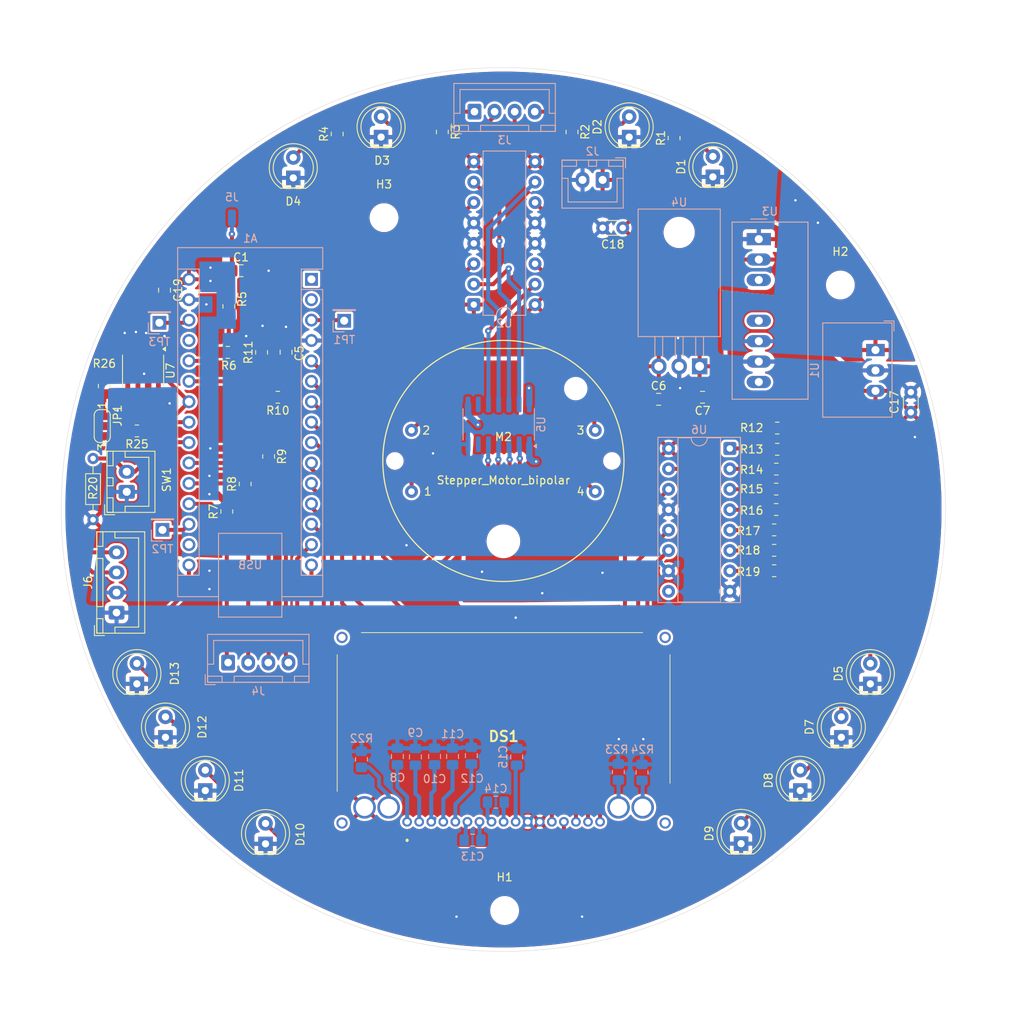
<source format=kicad_pcb>
(kicad_pcb (version 20241229) (generator "pcbnew") (generator_version "9.0")
  (layers (0 "F.Cu" signal) (2 "B.Cu" signal) (13 "F.Paste" user) (15 "B.Paste" user) (5 "F.SilkS" user "F.Silkscreen") (7 "B.SilkS" user "B.Silkscreen") (1 "F.Mask" user) (3 "B.Mask" user) (25 "Edge.Cuts" user))
  (net 0 "")
  (net 1 "/Data_Display_Controller/Bar_SER")
  (net 2 "/Data_Display_Controller/Fuel_A")
  (net 3 "/Data_Display_Controller/Tach_A2")
  (net 4 "GND")
  (net 5 "Net-(A1-B1)")
  (net 7 "/Data_Display_Controller/Tach_A3")
  (net 8 "/Data_Display_Controller/I2C SCL")
  (net 9 "/Data_Display_Controller/Speed_Pulse")
  (net 10 "/Data_Display_Controller/Button_A")
  (net 11 "/Data_Display_Controller/Tach_A1")
  (net 12 "/Data_Display_Controller/Fuel_B")
  (net 13 "Net-(A1-B0)")
  (net 14 "+9V")
  (net 15 "/Data_Display_Controller/Bar_RCLK")
  (net 16 "/Data_Display_Controller/Coolant")
  (net 18 "/Data_Display_Controller/Tach_A4")
  (net 19 "/Data_Display_Controller/SPI_CS(CS1B)")
  (net 20 "/Data_Display_Controller/SPI_SCK")
  (net 22 "Net-(A1-~{RESET})")
  (net 23 "/Data_Display_Controller/Bar_SRCLK")
  (net 24 "/Data_Display_Controller/A0")
  (net 25 "/Data_Display_Controller/I2C SDA")
  (net 26 "/Data_Display_Controller/COPI(MOSI)")
  (net 27 "/Data_Display_Controller/RPM_Pulse")
  (net 28 "/Data_Display_Controller/RES(RST)")
  (net 30 "+5V")
  (net 31 "+12V")
  (net 32 "Net-(DS1-V0)")
  (net 33 "Net-(DS1-V1)")
  (net 34 "Net-(DS1-V2)")
  (net 35 "Net-(DS1-V3)")
  (net 36 "Net-(DS1-V4)")
  (net 37 "Net-(DS1-C2+)")
  (net 38 "Net-(DS1-C2-)")
  (net 39 "Net-(DS1-C1+)")
  (net 40 "Net-(DS1-C1-)")
  (net 41 "Net-(DS1-VOUT)")
  (net 42 "+3.3V")
  (net 43 "Net-(D1-A)")
  (net 44 "Net-(D2-A)")
  (net 45 "Net-(D3-A)")
  (net 46 "Net-(D4-A)")
  (net 47 "Net-(D5-A)")
  (net 48 "Net-(D7-A)")
  (net 49 "Net-(D8-A)")
  (net 50 "Net-(D9-A)")
  (net 51 "Net-(D10-A)")
  (net 52 "Net-(D11-A)")
  (net 53 "Net-(D12-A)")
  (net 54 "Net-(D13-A)")
  (net 59 "Net-(DS1-CATHODE_)")
  (net 60 "Net-(DS1-CATHODE_2)")
  (net 61 "Net-(DS1-CATHODE_1)")
  (net 62 "Net-(J3-Pin_4)")
  (net 63 "Net-(J3-Pin_3)")
  (net 64 "Net-(J3-Pin_1)")
  (net 65 "Net-(J3-Pin_2)")
  (net 66 "Net-(JP1-A)")
  (net 67 "Net-(JP1-B)")
  (net 68 "Net-(U6-QA)")
  (net 69 "Net-(U6-QB)")
  (net 70 "Net-(U6-QC)")
  (net 71 "Net-(U6-QD)")
  (net 72 "Net-(U6-QE)")
  (net 73 "Net-(U6-QF)")
  (net 74 "Net-(U6-QG)")
  (net 75 "Net-(U6-QH)")
  (net 76 "Net-(U2-1A)")
  (net 77 "Net-(U2-2Y)")
  (net 78 "Net-(U2-3Y)")
  (net 79 "Net-(U2-3A)")
  (net 80 "Net-(M2--)")
  (net 81 "Net-(U2-4Y)")
  (net 82 "Net-(U2-4A)")
  (net 83 "Net-(U2-2A)")
  (net 90 "Net-(J5-Pin_1)")
  (net 91 "Net-(J4-Pin_4)")
  (footprint "LED_THT:LED_D5.0mm" (layer "F.Cu") (at 123.43525 125.27715 90)
    (property "Reference" "D11")
    (property "Value" "LED_2.2V_20ma")
  )
  (footprint "Package_SO:SOIC-8_3.9x4.9mm_P1.27mm" (layer "F.Cu") (at 115.697 73.025 -90)
    (property "Reference" "U7")
    (property "Value" "CAT24C128")
  )
  (footprint "Resistor_SMD:R_0805_2012Metric_Pad1.20x1.40mm_HandSolder" (layer "F.Cu") (at 194.199 97.917 180)
    (property "Reference" "R19")
    (property "Value" "100R")
  )
  (footprint "Connector_JST:JST_XH_B2B-XH-A_1x02_P2.50mm_Vertical" (layer "F.Cu") (at 113.665 88.098 90)
    (property "Reference" "SW1")
    (property "Value" "SW_Push_JST-XH_Input")
  )
  (footprint "Capacitor_SMD:C_0805_2012Metric_Pad1.18x1.45mm_HandSolder" (layer "F.Cu") (at 127.889 60.579)
    (property "Reference" "C1")
    (property "Value" "1000PF")
  )
  (footprint "Resistor_SMD:R_0805_2012Metric_Pad1.20x1.40mm_HandSolder" (layer "F.Cu") (at 114.935 80.518 180)
    (property "Reference" "R25")
    (property "Value" "4.7KR")
  )
  (footprint "Resistor_SMD:R_0805_2012Metric_Pad1.20x1.40mm_HandSolder" (layer "F.Cu") (at 126.238 70.739)
    (property "Reference" "R6")
    (property "Value" "1KR")
  )
  (footprint "Added_Footprints:Dial_Gauge_Reference_CBF600" (layer "F.Cu") (at 160.51925 90.297)
    (property "Reference" "N1")
    (property "Value" "Tachometer Reference")
  )
  (footprint "Resistor_SMD:R_0805_2012Metric_Pad1.20x1.40mm_HandSolder" (layer "F.Cu") (at 194.199 95.377 180)
    (property "Reference" "R18")
    (property "Value" "100R")
  )
  (footprint "Resistor_SMD:R_0805_2012Metric_Pad1.20x1.40mm_HandSolder" (layer "F.Cu") (at 126.111 90.551 90)
    (property "Reference" "R7")
    (property "Value" "1KR")
  )
  (footprint "Added_Footprints:X27-168" (layer "F.Cu") (at 160.51925 84.25115 180)
    (property "Reference" "M2")
    (property "Value" "Stepper_Motor_bipolar")
  )
  (footprint "Resistor_THT:R_Axial_DIN0204_L3.6mm_D1.6mm_P7.62mm_Horizontal" (layer "F.Cu") (at 109.474 91.567 90)
    (property "Reference" "R20")
    (property "Value" "10KR")
  )
  (footprint "Resistor_SMD:R_0805_2012Metric_Pad1.20x1.40mm_HandSolder" (layer "F.Cu") (at 128.397 87.122 90)
    (property "Reference" "R8")
    (property "Value" "1KR")
  )
  (footprint "Resistor_SMD:R_0805_2012Metric_Pad1.20x1.40mm_HandSolder" (layer "F.Cu") (at 194.453 87.757 180)
    (property "Reference" "R15")
    (property "Value" "100R")
  )
  (footprint "Capacitor_SMD:C_0805_2012Metric_Pad1.18x1.45mm_HandSolder" (layer "F.Cu") (at 133.48575 70.7175 -90)
    (property "Reference" "C5")
    (property "Value" "1000PF")
  )
  (footprint "LED_THT:LED_D5.0mm" (layer "F.Cu") (at 190.08485 131.88115 90)
    (property "Reference" "D9")
    (property "Value" "LED_2.2V_20ma")
  )
  (footprint "LED_THT:LED_D5.0mm" (layer "F.Cu") (at 202.55625 118.64775 90)
    (property "Reference" "D7")
    (property "Value" "LED_2.2V_20ma")
  )
  (footprint "Jumper:SolderJumper-3_P1.3mm_Open_RoundedPad1.0x1.5mm_NumberLabels" (layer "F.Cu") (at 110.617 79.913 -90)
    (property "Reference" "JP1")
    (property "Value" "Pull up Jumper")
  )
  (footprint "Resistor_SMD:R_0805_2012Metric_Pad1.20x1.40mm_HandSolder" (layer "F.Cu") (at 181.753 44.069 90)
    (property "Reference" "R1")
    (property "Value" "200R")
  )
  (footprint "MountingHole:MountingHole_3.2mm_M3" (layer "F.Cu") (at 145.669 53.975)
    (property "Reference" "H3")
    (property "Value" "MountingHole")
  )
  (footprint "LED_THT:LED_D5.0mm" (layer "F.Cu") (at 206.16305 111.99295 90)
    (property "Reference" "D5")
    (property "Value" "LED_2.2V_20ma")
  )
  (footprint "Capacitor_SMD:C_0805_2012Metric_Pad1.18x1.45mm_HandSolder" (layer "F.Cu") (at 118.364 62.992 -90)
    (property "Reference" "C19")
    (property "Value" "0.1 uF")
  )
  (footprint "MountingHole:MountingHole_3.2mm_M3" (layer "F.Cu") (at 202.438 62.357)
    (property "Reference" "H2")
    (property "Value" "MountingHole")
  )
  (footprint "MountingHole:MountingHole_3.2mm_M3" (layer "F.Cu") (at 160.671 140.208)
    (property "Reference" "H1")
    (property "Value" "MountingHole")
  )
  (footprint "Resistor_SMD:R_0805_2012Metric_Pad1.20x1.40mm_HandSolder" (layer "F.Cu") (at 132.461 76.327 180)
    (property "Reference" "R10")
    (property "Value" "3.3KR")
  )
  (footprint "LED_THT:LED_D5.0mm" (layer "F.Cu") (at 176.165 43.947 90)
    (property "Reference" "D2")
    (property "Value" "LED_High_Beam(Blue_LTH5MM12VFR4600)")
  )
  (footprint "Capacitor_SMD:C_0805_2012Metric_Pad1.18x1.45mm_HandSolder" (layer "F.Cu") (at 185.293 76.327 180)
    (property "Reference" "C7")
    (property "Value" "0.33uF")
  )
  (footprint "Resistor_SMD:R_0805_2012Metric_Pad1.20x1.40mm_HandSolder" (layer "F.Cu") (at 139.843 43.561 90)
    (property "Reference" "R4")
    (property "Value" "200R")
  )
  (footprint "LED_THT:LED_D5.0mm" (layer "F.Cu") (at 145.304 43.947 90)
    (property "Reference" "D3")
    (property "Value" "LED_Neutral(Green_LTH5MM12VFR4500)")
  )
  (footprint "Capacitor_THT:C_Disc_D3.0mm_W1.6mm_P2.50mm" (layer "F.Cu") (at 175.367 55.245 180)
    (property "Reference" "C18")
    (property "Value" "10 uF")
  )
  (footprint "Resistor_SMD:R_0805_2012Metric_Pad1.20x1.40mm_HandSolder" (layer "F.Cu") (at 194.58 82.804 180)
    (property "Reference" "R13")
    (property "Value" "100R")
  )
  (footprint "Resistor_SMD:R_0805_2012Metric_Pad1.20x1.40mm_HandSolder" (layer "F.Cu") (at 152.924 43.307 -90)
    (property "Reference" "R3")
    (property "Value" "200R")
  )
  (footprint "Resistor_SMD:R_0805_2012Metric_Pad1.20x1.40mm_HandSolder" (layer "F.Cu") (at 194.469 85.26715 180)
    (property "Reference" "R14")
    (property "Value" "100R")
  )
  (footprint "LED_THT:LED_D5.0mm" (layer "F.Cu") (at 130.92825 131.90655 90)
    (property "Reference" "D10")
    (property "Value" "LED_2.2V_20ma")
  )
  (footprint "Resistor_SMD:R_0805_2012Metric_Pad1.20x1.40mm_HandSolder" (layer "F.Cu") (at 194.199 92.837 180)
    (property "Reference" "R17")
    (property "Value" "100R")
  )
  (footprint "Resistor_SMD:R_0805_2012Metric_Pad1.20x1.40mm_HandSolder" (layer "F.Cu") (at 169.053 43.307 -90)
    (property "Reference" "R2")
    (property "Value" "200R")
  )
  (footprint "Resistor_SMD:R_0805_2012Metric_Pad1.20x1.40mm_HandSolder" (layer "F.Cu") (at 130.43775 70.739 90)
    (property "Reference" "R11")
    (property "Value" "1KR")
  )
  (footprint "Resistor_SMD:R_0805_2012Metric_Pad1.20x1.40mm_HandSolder" (layer "F.Cu") (at 110.871 74.93 -90)
    (property "Reference" "R26")
    (property "Value" "4.7KR")
  )
  (footprint "Resistor_SMD:R_0805_2012Metric_Pad1.20x1.40mm_HandSolder" (layer "F.Cu") (at 126.365 65.024 -90)
    (property "Reference" "R5")
    (property "Value" "3.3KR")
  )
  (footprint "LED_THT:LED_D5.0mm" (layer "F.Cu") (at 114.92625 111.99295 90)
    (property "Reference" "D13")
    (property "Value" "LED_2.2V_20ma")
  )
  (footprint "Connector_JST:JST_XH_B4B-XH-A_1x04_P2.50mm_Vertical" (layer "F.Cu") (at 112.395 103.131 90)
    (property "Reference" "J6")
    (property "Value" "Alphanumeric_Qwiick_JST-XH")
  )
  (footprint "Resistor_SMD:R_0805_2012Metric_Pad1.20x1.40mm_HandSolder" (layer "F.Cu") (at 194.58 80.16175 180)
    (property "Reference" "R12")
    (property "Value" "100R")
  )
  (footprint "Added_Footprints:NHDC12832A1ZFSRGBFBW3V" (layer "F.Cu") (at 148.54465 129.16615)
    (property "Reference" "DS1")
    (property "Value" "NHD-C12832A1Z-FS_RGB_-FBW-3V" (hide yes))
  )
  (footprint "Capacitor_SMD:C_0805_2012Metric_Pad1.18x1.45mm_HandSolder" (layer "F.Cu") (at 179.832 76.581)
    (property "Reference" "C6")
    (property "Value" "0.1 uF")
  )
  (footprint "LED_THT:LED_D5.0mm" (layer "F.Cu") (at 118.48225 118.64775 90)
    (property "Reference" "D12")
    (property "Value" "LED_2.2V_20ma")
  )
  (footprint "Resistor_SMD:R_0805_2012Metric_Pad1.20x1.40mm_HandSolder" (layer "F.Cu") (at 194.453 90.297 180)
    (property "Reference" "R16")
    (property "Value" "100R")
  )
  (footprint "Capacitor_THT:C_Disc_D3.0mm_W1.6mm_P2.50mm" (layer "F.Cu") (at 211.201 78.192 90)
    (property "Reference" "C17")
    (property "Value" "10 uF")
  )
  (footprint "LED_THT:LED_D5.0mm" (layer "F.Cu") (at 186.579 48.9 90)
    (property "Reference" "D1")
    (property "Value" "LED_Right_Indicator(Yellow_LTH5MM12VFR4700)")
  )
  (footprint "LED_THT:LED_D5.0mm" (layer "F.Cu") (at 197.45085 125.27715 90)
    (property "Reference" "D8")
    (property "Value" "LED_2.2V_20ma")
  )
  (footprint "Resistor_SMD:R_0805_2012Metric_Pad1.20x1.40mm_HandSolder" (layer "F.Cu") (at 131.318 83.693 -90)
    (property "Reference" "R9")
    (property "Value" "510R")
  )
  (footprint "LED_THT:LED_D5.0mm" (layer "F.Cu") (at 134.382 49.027 90)
    (property "Reference" "D4")
    (property "Value" "LED_Left_Indicator(Yellow_LTH5MM12VFR4700)")
  )
  (footprint "Package_DIP:DIP-16_W7.62mm_Socket" (layer "B.Cu") (at 188.68785 82.70175 180)
    (property "Reference" "U6")
    (property "Value" "74HC595")
  )
  (footprint "Capacitor_SMD:C_0805_2012Metric_Pad1.18x1.45mm_HandSolder" (layer "B.Cu") (at 149.57185 121.08115 -90)
    (property "Reference" "C9")
    (property "Value" "1uF")
  )
  (footprint "Converter_DCDC:Converter_DCDC_TRACO_TMR-xxxx_THT" (layer "B.Cu") (at 192.291 56.6475 -90)
    (property "Reference" "U3")
    (property "Value" "TEC2-1219WI")
  )
  (footprint "Capacitor_SMD:C_0805_2012Metric_Pad1.18x1.45mm_HandSolder" (layer "B.Cu") (at 162.17025 121.08115 -90)
    (property "Reference" "C15")
    (property "Value" "1uF")
  )
  (footprint "Connector_PinHeader_2.54mm:PinHeader_1x01_P2.54mm_Vertical" (layer "B.Cu") (at 140.716 66.802)
    (property "Reference" "TP1")
    (property "Value" "TestPoint")
  )
  (footprint "Package_SO:SOIC-14_3.9x8.7mm_P1.27mm" (layer "B.Cu") (at 159.93375 79.70455 90)
    (property "Reference" "U5")
    (property "Value" "TXB0104D")
  )
  (footprint "Capacitor_SMD:C_0805_2012Metric_Pad1.18x1.45mm_HandSolder" (layer "B.Cu") (at 159.57945 126.71995 180)
    (property "Reference" "C14")
    (property "Value" "1uF")
  )
  (footprint "Capacitor_SMD:C_0805_2012Metric_Pad1.18x1.45mm_HandSolder" (layer "B.Cu") (at 147.33665 121.03035 -90)
    (property "Reference" "C8")
    (property "Value" "1uF")
  )
  (footprint "Capacitor_SMD:C_0805_2012Metric_Pad1.18x1.45mm_HandSolder" (layer "B.Cu") (at 156.68385 131.44435 180)
    (property "Reference" "C13")
    (property "Value" "1uF")
  )
  (footprint "Resistor_SMD:R_0805_2012Metric_Pad1.20x1.40mm_HandSolder" (layer "B.Cu") (at 177.76585 123.01155 90)
    (property "Reference" "R24")
    (property "Value" "6.8R")
  )
  (footprint "Connector_Wire:SolderWirePad_1x01_SMD_1x2mm" (layer "B.Cu") (at 126.746 53.975 180)
    (property "Reference" "J5")
    (property "Value" "Speed_Pulser_Setup_Signal_JST-XH")
  )
  (footprint "Connector_JST:JST_XH_B2B-XH-A_1x02_P2.50mm_Vertical" (layer "B.Cu") (at 172.863 49.276 180)
    (property "Reference" "J2")
    (property "Value" "Main_Power_In_JST-XH")
  )
  (footprint "Capacitor_SMD:C_0805_2012Metric_Pad1.18x1.45mm_HandSolder" (layer "B.Cu") (at 156.53145 120.92875 -90)
    (property "Reference" "C12")
    (property "Value" "1uF")
  )
  (footprint "Resistor_SMD:R_0805_2012Metric_Pad1.20x1.40mm_HandSolder" (layer "B.Cu") (at 142.86625 121.38595 90)
    (property "Reference" "R22")
    (property "Value" "56R")
  )
  (footprint "Connector_PinHeader_2.54mm:PinHeader_1x01_P2.54mm_Vertical" (layer "B.Cu") (at 118.11 92.837)
    (property "Reference" "TP2")
    (property "Value" "TestPoint")
  )
  (footprint "Resistor_SMD:R_0805_2012Metric_Pad1.20x1.40mm_HandSolder" (layer "B.Cu") (at 174.81945 122.96075 90)
    (property "Reference" "R23")
    (property "Value" "6.8R")
  )
  (footprint "Converter_DCDC:Converter_DCDC_RECOM_R-78E-0.5_THT" (layer "B.Cu") (at 206.8045 70.4505 -90)
    (property "Reference" "U1")
    (property "Value" "R-78E3.3-0.5")
  )
  (footprint "Package_DIP:DIP-16_W7.62mm" (layer "B.Cu") (at 156.83625 64.79475)
    (property "Reference" "U2")
    (property "Value" "L293D")
  )
  (footprint "Module:Arduino_Nano" (layer "B.Cu") (at 136.642 61.64515 180)
    (property "Reference" "A1")
    (property "Value" "Arduino_Nano_ESP32")
  )
  (footprint "Connector_PinHeader_2.54mm:PinHeader_1x01_P2.54mm_Vertical" (layer "B.Cu") (at 117.729 67.056)
    (property "Reference" "TP3")
    (property "Value" "TestPoint")
  )
  (footprint "Capacitor_SMD:C_0805_2012Metric_Pad1.18x1.45mm_HandSolder" (layer "B.Cu") (at 154.19465 121.03035 -90)
    (property "Reference" "C11")
    (property "Value" "1uF")
  )
  (footprint "Capacitor_SMD:C_0805_2012Metric_Pad1.18x1.45mm_HandSolder" (layer "B.Cu") (at 151.95945 121.03035 -90)
    (property "Reference" "C10")
    (property "Value" "1uF")
  )
  (footprint "Connector_JST:JST_XH_B4B-XH-A_1x04_P2.50mm_Vertical" (layer "B.Cu") (at 126.278 109.347)
    (property "Reference" "J4")
    (property "Value" "Signals_RPM_Temp_Fuel_JST-XH")
  )
  (footprint "Package_TO_SOT_THT:TO-220-3_Horizontal_TabDown" (layer "B.Cu") (at 184.928 72.476 180)
    (property "Reference" "U4")
    (property "Value" "L7805")
  )
  (footprint "Connector_JST:JST_XH_B4B-XH-A_1x04_P2.50mm_Vertical" (layer "B.Cu") (at 156.921 40.784)
    (property "Reference" "J3")
    (property "Value" "Warning_Lights_JST-XH")
  )
  (gr_circle (center 160.51925 90.29635) (end 215.51925 90.29635) (stroke (width 0.05)) (fill no) (layer "Edge.Cuts"))
  (segment (start 143.129 90.043) (end 143.129 97.917) (width 0.5) (layer "F.Cu") (net 1))
  (segment (start 137.08315 81.96515) (end 138.176 83.058) (width 0.5) (layer "F.Cu") (net 1))
  (segment (start 153.416 108.204) (end 172.212 108.204) (width 0.5) (layer "F.Cu") (net 1))
  (segment (start 138.176 85.09) (end 143.129 90.043) (width 0.5) (layer "F.Cu") (net 1))
  (segment (start 138.176 83.058) (end 138.176 85.09) (width 0.5) (layer "F.Cu") (net 1))
  (segment (start 136.642 81.96515) (end 137.08315 81.96515) (width 0.5) (layer "F.Cu") (net 1))
  (segment (start 175.641 104.775) (end 175.641 93.2086) (width 0.5) (layer "F.Cu") (net 1))
  (segment (start 172.212 108.204) (end 175.641 104.775) (width 0.5) (layer "F.Cu") (net 1))
  (segment (start 175.641 93.2086) (end 181.06785 87.78175) (width 0.5) (layer "F.Cu") (net 1))
  (segment (start 143.129 97.917) (end 153.416 108.204) (width 0.5) (layer "F.Cu") (net 1))
  (segment (start 121.402 89.58515) (end 124.14515 89.58515) (width 0.5) (layer "F.Cu") (net 2))
  (segment (start 126.111 109.18) (end 126.278 109.347) (width 0.5) (layer "F.Cu") (net 2))
  (segment (start 124.14515 89.58515) (end 126.111 91.551) (width 0.5) (layer "F.Cu") (net 2))
  (segment (start 126.111 91.551) (end 126.111 109.18) (width 0.5) (layer "F.Cu") (net 2))
  (segment (start 136.642 76.88515) (end 136.70215 76.88515) (width 0.5) (layer "F.Cu") (net 3))
  (segment (start 161.29 86.487) (end 161.29 84.074) (width 0.5) (layer "F.Cu") (net 3))
  (segment (start 136.70215 76.88515) (end 140.843 81.026) (width 0.5) (layer "F.Cu") (net 3))
  (segment (start 149.733 98.044) (end 161.29 86.487) (width 0.5) (layer "F.Cu") (net 3))
  (segment (start 145.542 96.139) (end 147.447 98.044) (width 0.5) (layer "F.Cu") (net 3))
  (segment (start 147.447 98.044) (end 149.733 98.044) (width 0.5) (layer "F.Cu") (net 3))
  (segment (start 140.843 84.074) (end 145.542 88.773) (width 0.5) (layer "F.Cu") (net 3))
  (segment (start 145.542 88.773) (end 145.542 96.139) (width 0.5) (layer "F.Cu") (net 3))
  (segment (start 140.843 81.026) (end 140.843 84.074) (width 0.5) (layer "F.Cu") (net 3))
  (via (at 161.29 84.074) (size 0.8) (drill 0.3) (layers "F.Cu" "B.Cu") (net 3))
  (segment (start 161.29 84.074) (end 161.29 82.2658) (width 0.5) (layer "B.Cu") (net 3))
  (segment (start 161.29 82.2658) (end 161.20375 82.17955) (width 0.5) (layer "B.Cu") (net 3))
  (segment (start 116.332 73.914) (end 115.824 73.406) (width 0.8) (layer "F.Cu") (net 4))
  (segment (start 117.602 69.469) (end 118.364 68.707) (width 0.8) (layer "F.Cu") (net 4))
  (segment (start 116.332 75.5) (end 116.332 73.914) (width 0.8) (layer "F.Cu") (net 4))
  (segment (start 115.062 68.453) (end 114.808 68.199) (width 0.8) (layer "F.Cu") (net 4))
  (segment (start 121.24635 64.0295) (end 121.402 64.18515) (width 0.8) (layer "F.Cu") (net 4))
  (segment (start 113.792 68.707) (end 113.411 68.326) (width 0.8) (layer "F.Cu") (net 4))
  (segment (start 117.602 70.55) (end 117.602 69.469) (width 0.8) (layer "F.Cu") (net 4))
  (segment (start 116.332 70.55) (end 116.332 68.58) (width 0.8) (layer "F.Cu") (net 4))
  (segment (start 115.062 70.55) (end 115.062 68.453) (width 0.8) (layer "F.Cu") (net 4))
  (segment (start 113.792 70.55) (end 113.792 68.707) (width 0.8) (layer "F.Cu") (net 4))
  (segment (start 116.332 68.58) (end 116.078 68.326) (width 0.8) (layer "F.Cu") (net 4))
  (via (at 116.078 68.326) (size 0.8) (drill 0.3) (layers "F.Cu" "B.Cu") (net 4))
  (via (at 182.499 75.184) (size 0.8) (drill 0.3) (layers "F.Cu" "B.Cu") (net 4))
  (via (at 151.765 83.312) (size 0.8) (drill 0.3) (layers "F.Cu" "B.Cu") (net 4))
  (via (at 113.411 68.326) (size 0.8) (drill 0.3) (layers "F.Cu" "B.Cu") (net 4))
  (via (at 148.463 94.742) (size 0.8) (drill 0.3) (layers "F.Cu" "B.Cu") (net 4))
  (via (at 177.927 118.872) (size 0.8) (drill 0.3) (layers "F.Cu" "B.Cu") (net 4))
  (via (at 211.709 81.28) (size 0.8) (drill 0.3) (layers "F.Cu" "B.Cu") (net 4))
  (via (at 154.686 140.97) (size 0.8) (drill 0.3) (layers "F.Cu" "B.Cu") (net 4))
  (via (at 128.524 68.707) (size 0.8) (drill 0.3) (layers "F.Cu" "B.Cu") (net 4))
  (via (at 133.477 67.564) (size 0.8) (drill 0.3) (layers "F.Cu" "B.Cu") (net 4))
  (via (at 118.364 68.707) (size 0.8) (drill 0.3) (layers "F.Cu" "B.Cu") (net 4))
  (via (at 123.571 64.77) (size 0.8) (drill 0.3) (layers "F.Cu" "B.Cu") (net 4))
  (via (at 114.808 68.199) (size 0.8) (drill 0.3) (layers "F.Cu" "B.Cu") (net 4))
  (via (at 170.307 140.97) (size 0.8) (drill 0.3) (layers "F.Cu" "B.Cu") (net 4))
  (via (at 130.556 67.437) (size 0.8) (drill 0.3) (layers "F.Cu" "B.Cu") (net 4))
  (via (at 162.052 103.759) (size 0.8) (drill 0.3) (layers "F.Cu" "B.Cu") (net 4))
  (via (at 174.879 118.872) (size 0.8) (drill 0.3) (layers "F.Cu" "B.Cu") (net 4))
  (via (at 115.824 73.406) (size 0.8) (drill 0.3) (layers "F.Cu" "B.Cu") (net 4))
  (via (at 182.245 68.961) (size 0.8) (drill 0.3) (layers "F.Cu" "B.Cu") (net 4))
  (via (at 131.318 60.579) (size 0.8) (drill 0.3) (layers "F.Cu" "B.Cu") (net 4))
  (segment (start 121.07115 67.056) (end 121.402 66.72515) (width 0.5) (layer "F.Cu") (net 5))
  (segment (start 117.729 67.056) (end 121.07115 67.056) (width 0.5) (layer "F.Cu") (net 5))
  (segment (start 159.893 86.36) (end 159.893 84.201) (width 0.5) (layer "F.Cu") (net 7))
  (segment (start 142.367 80.07015) (end 142.367 84.074) (width 0.5) (layer "F.Cu") (net 7))
  (segment (start 136.642 74.34515) (end 142.367 80.07015) (width 0.5) (layer "F.Cu") (net 7))
  (segment (start 142.367 84.074) (end 146.431 88.138) (width 0.5) (layer "F.Cu") (net 7))
  (segment (start 147.828 92.583) (end 153.67 92.583) (width 0.5) (layer "F.Cu") (net 7))
  (segment (start 146.431 88.138) (end 146.431 91.186) (width 0.5) (layer "F.Cu") (net 7))
  (segment (start 153.67 92.583) (end 159.893 86.36) (width 0.5) (layer "F.Cu") (net 7))
  (segment (start 146.431 91.186) (end 147.828 92.583) (width 0.5) (layer "F.Cu") (net 7))
  (via (at 159.893 84.074) (size 0.8) (drill 0.3) (layers "F.Cu" "B.Cu") (net 7))
  (segment (start 159.893 84.201) (end 159.893 84.074) (width 0.5) (layer "B.Cu") (net 7))
  (segment (start 159.893 84.074) (end 159.893 82.2203) (width 0.5) (layer "B.Cu") (net 7))
  (segment (start 159.893 82.2203) (end 159.93375 82.17955) (width 0.5) (layer "B.Cu") (net 7))
  (segment (start 108.712 81.661) (end 108.712 76.089) (width 0.5) (layer "F.Cu") (net 8))
  (segment (start 108.712 76.089) (end 109.347 75.454) (width 0.5) (layer "F.Cu") (net 8))
  (segment (start 114.466999 73.93) (end 110.871 73.93) (width 0.5) (layer "F.Cu") (net 8))
  (segment (start 109.347 73.406) (end 110.363 72.39) (width 0.5) (layer "F.Cu") (net 8))
  (segment (start 109.434 98.131) (end 106.934 95.631) (width 0.5) (layer "F.Cu") (net 8))
  (segment (start 112.395 98.131) (end 109.434 98.131) (width 0.5) (layer "F.Cu") (net 8))
  (segment (start 110.363 72.39) (end 116.90685 72.39) (width 0.5) (layer "F.Cu") (net 8))
  (segment (start 115.697 78.359) (end 119.92815 78.359) (width 0.5) (layer "F.Cu") (net 8))
  (segment (start 115.062 77.724) (end 115.697 78.359) (width 0.5) (layer "F.Cu") (net 8))
  (segment (start 109.347 75.454) (end 109.347 73.406) (width 0.5) (layer "F.Cu") (net 8))
  (segment (start 115.062 75.5) (end 115.062 74.525001) (width 0.5) (layer "F.Cu") (net 8))
  (segment (start 115.062 74.525001) (end 114.466999 73.93) (width 0.5) (layer "F.Cu") (net 8))
  (segment (start 119.92815 78.359) (end 121.402 76.88515) (width 0.5) (layer "F.Cu") (net 8))
  (segment (start 106.934 95.631) (end 106.934 83.439) (width 0.5) (layer "F.Cu") (net 8))
  (segment (start 106.934 83.439) (end 108.712 81.661) (width 0.5) (layer "F.Cu") (net 8))
  (segment (start 116.90685 72.39) (end 121.402 76.88515) (width 0.5) (layer "F.Cu") (net 8))
  (segment (start 115.062 75.5) (end 115.062 77.724) (width 0.5) (layer "F.Cu") (net 8))
  (segment (start 124.17185 71.80515) (end 125.238 70.739) (width 0.5) (layer "F.Cu") (net 9))
  (segment (start 126.365 66.024) (end 126.365 69.612) (width 0.5) (layer "F.Cu") (net 9))
  (segment (start 121.402 71.80515) (end 124.17185 71.80515) (width 0.5) (layer "F.Cu") (net 9))
  (segment (start 126.365 69.612) (end 125.238 70.739) (width 0.5) (layer "F.Cu") (net 9))
  (segment (start 109.474 83.947) (end 112.014 83.947) (width 0.5) (layer "F.Cu") (net 10))
  (segment (start 113.665 85.598) (end 114.681 85.598) (width 0.5) (layer "F.Cu") (net 10))
  (segment (start 121.35185 81.915) (end 121.402 81.96515) (width 0.5) (layer "F.Cu") (net 10))
  (segment (start 114.681 85.598) (end 118.364 81.915) (width 0.5) (layer "F.Cu") (net 10))
  (segment (start 112.014 83.947) (end 113.665 85.598) (width 0.5) (layer "F.Cu") (net 10))
  (segment (start 118.364 81.915) (end 121.35185 81.915) (width 0.5) (layer "F.Cu") (net 10))
  (segment (start 139.192 84.074) (end 144.145 89.027) (width 0.5) (layer "F.Cu") (net 11))
  (segment (start 144.145 89.027) (end 144.145 96.901) (width 0.5) (layer "F.Cu") (net 11))
  (segment (start 136.642 79.42515) (end 139.192 81.97515) (width 0.5) (layer "F.Cu") (net 11))
  (segment (start 146.558 99.314) (end 150.495 99.314) (width 0.5) (layer "F.Cu") (net 11))
  (segment (start 162.56 87.249) (end 162.56 83.947) (width 0.5) (layer "F.Cu") (net 11))
  (segment (start 139.192 81.97515) (end 139.192 84.074) (width 0.5) (layer "F.Cu") (net 11))
  (segment (start 144.145 96.901) (end 146.558 99.314) (width 0.5) (layer "F.Cu") (net 11))
  (segment (start 136.642 79.42515) (end 136.642 79.873) (width 0.5) (layer "F.Cu") (net 11))
  (segment (start 150.495 99.314) (end 162.56 87.249) (width 0.5) (layer "F.Cu") (net 11))
  (via (at 162.56 83.947) (size 0.8) (drill 0.3) (layers "F.Cu" "B.Cu") (net 11))
  (segment (start 162.56 82.2658) (end 162.47375 82.17955) (width 0.5) (layer "B.Cu") (net 11))
  (segment (start 162.56 83.947) (end 162.56 82.2658) (width 0.5) (layer "B.Cu") (net 11))
  (segment (start 128.397 108.966) (end 128.778 109.347) (width 0.5) (layer "F.Cu") (net 12))
  (segment (start 127.32015 87.04515) (end 128.397 88.122) (width 0.5) (layer "F.Cu") (net 12))
  (segment (start 128.397 88.122) (end 128.397 88.519) (width 0.5) (layer "F.Cu") (net 12))
  (segment (start 121.402 87.04515) (end 127.32015 87.04515) (width 0.5) (layer "F.Cu") (net 12))
  (segment (start 128.397 88.519) (end 128.778 88.9) (width 0.5) (layer "F.Cu") (net 12))
  (segment (start 128.778 88.9) (end 128.778 109.347) (width 0.5) (layer "F.Cu") (net 12))
  (segment (start 118.11 92.837) (end 120.69015 92.837) (width 0.5) (layer "F.Cu") (net 13))
  (segment (start 120.69015 92.837) (end 121.402 92.12515) (width 0.5) (layer "F.Cu") (net 13))
  (segment (start 121.3766 92.09975) (end 121.402 92.12515) (width 0.5) (layer "F.Cu") (net 13))
  (segment (start 128.397 86.122) (end 123.968 86.122) (width 0.8) (layer "F.Cu") (net 14))
  (segment (start 124.952 88.392) (end 123.952 88.392) (width 0.8) (layer "F.Cu") (net 14))
  (segment (start 126.111 89.551) (end 124.952 88.392) (width 0.8) (layer "F.Cu") (net 14))
  (segment (start 118.364 61.9545) (end 121.09265 61.9545) (width 0.8) (layer "F.Cu") (net 14))
  (segment (start 124.063 82.693) (end 131.318 82.693) (width 0.8) (layer "F.Cu") (net 14))
  (segment (start 121.09265 61.9545) (end 121.402 61.64515) (width 0.8) (layer "F.Cu") (net 14))
  (segment (start 123.968 86.122) (end 123.952 86.106) (width 0.8) (layer "F.Cu") (net 14))
  (via (at 123.952 88.392) (size 0.8) (drill 0.3) (layers "F.Cu" "B.Cu") (net 14))
  (via (at 123.952 86.106) (size 0.8) (drill 0.3) (layers "F.Cu" "B.Cu") (net 14))
  (via (at 124.079 61.849) (size 0.8) (drill 0.3) (layers "F.Cu" "B.Cu") (net 14))
  (via (at 199.644 54.61) (size 0.8) (drill 0.3) (layers "F.Cu" "B.Cu") (net 14))
  (via (at 124.079 60.198) (size 0.8) (drill 0.3) (layers "F.Cu" "B.Cu") (net 14))
  (via (at 124.063 82.693) (size 0.8) (drill 0.3) (layers "F.Cu" "B.Cu") (net 14))
  (via (at 196.85 51.816) (size 0.8) (drill 0.3) (layers "F.Cu" "B.Cu") (net 14))
  (segment (start 192.291 69.3475) (end 192.482313 69.3475) (width 0.8) (layer "B.Cu") (net 14))
  (segment (start 149.987 109.347) (end 172.974 109.347) (width 0.5) (layer "F.Cu") (net 15))
  (segment (start 177.2826 96.647) (end 181.06785 92.86175) (width 0.5) (layer "F.Cu") (net 15))
  (segment (start 177.2826 105.0384) (end 177.2826 96.647) (width 0.5) (layer "F.Cu") (net 15))
  (segment (start 141.986 101.346) (end 149.987 109.347) (width 0.5) (layer "F.Cu") (net 15))
  (segment (start 136.642 85.207) (end 141.986 90.551) (width 0.5) (layer "F.Cu") (net 15))
  (segment (start 172.974 109.347) (end 177.2826 105.0384) (width 0.5) (layer "F.Cu") (net 15))
  (segment (start 141.986 90.551) (end 141.986 101.346) (width 0.5) (layer "F.Cu") (net 15))
  (segment (start 136.642 84.50515) (end 136.642 85.207) (width 0.5) (layer "F.Cu") (net 15))
  (segment (start 131.13015 84.50515) (end 131.318 84.693) (width 0.5) (layer "F.Cu") (net 16))
  (segment (start 131.318 84.693) (end 131.318 109.307) (width 0.5) (layer "F.Cu") (net 16))
  (segment (start 131.318 109.307) (end 131.278 109.347) (width 0.5) (layer "F.Cu") (net 16))
  (segment (start 121.402 84.50515) (end 131.13015 84.50515) (width 0.5) (layer "F.Cu") (net 16))
  (segment (start 136.642 71.80515) (end 143.637 78.80015) (width 0.5) (layer "F.Cu") (net 18))
  (segment (start 147.447 87.63) (end 147.447 90.551) (width 0.5) (layer "F.Cu") (net 18))
  (segment (start 143.637 83.82) (end 147.447 87.63) (width 0.5) (layer "F.Cu") (net 18))
  (segment (start 143.637 78.80015) (end 143.637 83.82) (width 0.5) (layer "F.Cu") (net 18))
  (segment (start 153.162 91.186) (end 157.734 86.614) (width 0.5) (layer "F.Cu") (net 18))
  (segment (start 147.447 90.551) (end 148.082 91.186) (width 0.5) (layer "F.Cu") (net 18))
  (segment (start 158.623 85.725) (end 158.623 84.328) (width 0.5) (layer "F.Cu") (net 18))
  (segment (start 148.082 91.186) (end 148.209 91.186) (width 0.5) (layer "F.Cu") (net 18))
  (segment (start 157.734 86.614) (end 158.623 85.725) (width 0.5) (layer "F.Cu") (net 18))
  (segment (start 148.209 91.186) (end 153.162 91.186) (width 0.5) (layer "F.Cu") (net 18))
  (via (at 158.623 84.201) (size 0.8) (drill 0.3) (layers "F.Cu" "B.Cu") (net 18))
  (segment (start 158.623 84.328) (end 158.623 84.201) (width 0.5) (layer "B.Cu") (net 18))
  (segment (start 158.623 82.2203) (end 158.66375 82.17955) (width 0.5) (layer "B.Cu") (net 18))
  (segment (start 158.623 84.201) (end 158.623 82.2203) (width 0.5) (layer "B.Cu") (net 18))
  (segment (start 148.59 112.268) (end 163.068 112.268) (width 0.5) (layer "F.Cu") (net 19))
  (segment (start 163.068 112.268) (end 172.54465 121.74465) (width 0.5) (layer "F.Cu") (net 19))
  (segment (start 136.642 89.58515) (end 136.642 90.033) (width 0.5) (layer "F.Cu") (net 19))
  (segment (start 139.192 92.583) (end 139.192 102.87) (width 0.5) (layer "F.Cu") (net 19))
  (segment (start 139.192 102.87) (end 148.59 112.268) (width 0.5) (layer "F.Cu") (net 19))
  (segment (start 136.642 90.033) (end 139.192 92.583) (width 0.5) (layer "F.Cu") (net 19))
  (segment (start 172.54465 121.74465) (end 172.54465 129.16615) (width 0.5) (layer "F.Cu") (net 19))
  (segment (start 165.989 132.842) (end 141.224 132.842) (width 0.5) (layer "F.Cu") (net 20))
  (segment (start 168.04465 130.78635) (end 165.989 132.842) (width 0.5) (layer "F.Cu") (net 20))
  (segment (start 168.04465 129.16615) (end 168.04465 130.78635) (width 0.5) (layer "F.Cu") (net 20))
  (segment (start 118.872 111.633) (end 118.872 102.743) (width 0.5) (layer "F.Cu") (net 20))
  (segment (start 128.905 121.666) (end 118.872 111.633) (width 0.5) (layer "F.Cu") (net 20))
  (segment (start 118.872 102.743) (end 121.402 100.213) (width 0.5) (layer "F.Cu") (net 20))
  (segment (start 130.048 121.666) (end 128.905 121.666) (width 0.5) (layer "F.Cu") (net 20))
  (segment (start 141.224 132.842) (end 130.048 121.666) (width 0.5) (layer "F.Cu") (net 20))
  (segment (start 121.402 100.213) (end 121.402 97.20515) (width 0.5) (layer "F.Cu") (net 20))
  (segment (start 136.642 66.72515) (end 140.63915 66.72515) (width 0.5) (layer "F.Cu") (net 22))
  (segment (start 140.63915 66.72515) (end 140.716 66.802) (width 0.5) (layer "F.Cu") (net 22))
  (segment (start 178.435 98.0346) (end 181.06785 95.40175) (width 0.5) (layer "F.Cu") (net 23))
  (segment (start 149.225 110.744) (end 174.371 110.744) (width 0.5) (layer "F.Cu") (net 23))
  (segment (start 140.462 91.313) (end 140.462 101.981) (width 0.5) (layer "F.Cu") (net 23))
  (segment (start 174.371 110.744) (end 178.435 106.68) (width 0.5) (layer "F.Cu") (net 23))
  (segment (start 136.642 87.04515) (end 136.642 87.493) (width 0.5) (layer "F.Cu") (net 23))
  (segment (start 178.435 106.68) (end 178.435 98.0346) (width 0.5) (layer "F.Cu") (net 23))
  (segment (start 140.462 101.981) (end 149.225 110.744) (width 0.5) (layer "F.Cu") (net 23))
  (segment (start 136.642 87.493) (end 140.462 91.313) (width 0.5) (layer "F.Cu") (net 23))
  (segment (start 144.907 114.935) (end 162.306 114.935) (width 0.5) (layer "F.Cu") (net 24))
  (segment (start 162.306 114.935) (end 169.54465 122.17365) (width 0.5) (layer "F.Cu") (net 24))
  (segment (start 136.642 106.67) (end 144.907 114.935) (width 0.5) (layer "F.Cu") (net 24))
  (segment (start 169.54465 122.17365) (end 169.54465 129.16615) (width 0.5) (layer "F.Cu") (net 24))
  (segment (start 136.642 97.20515) (end 136.642 106.67) (width 0.5) (layer "F.Cu") (net 24))
  (segment (start 108.966 95.631) (end 107.823 94.488) (width 0.5) (layer "F.Cu") (net 25))
  (segment (start 121.402 79.42515) (end 117.02785 79.42515) (width 0.5) (layer "F.Cu") (net 25))
  (segment (start 115.935 81.169) (end 115.935 80.518) (width 0.5) (layer "F.Cu") (net 25))
  (segment (start 108.839 82.677) (end 114.427 82.677) (width 0.5) (layer "F.Cu") (net 25))
  (segment (start 107.823 94.488) (end 107.823 83.693) (width 0.5) (layer "F.Cu") (net 25))
  (segment (start 114.427 82.677) (end 115.935 81.169) (width 0.5) (layer "F.Cu") (net 25))
  (segment (start 117.02785 79.42515) (end 115.935 80.518) (width 0.5) (layer "F.Cu") (net 25))
  (segment (start 112.395 95.631) (end 108.966 95.631) (width 0.5) (layer "F.Cu") (net 25))
  (segment (start 113.792 75.5) (end 113.792 78.375) (width 0.5) (layer "F.Cu") (net 25))
  (segment (start 113.792 78.375) (end 115.935 80.518) (width 0.5) (layer "F.Cu") (net 25))
  (segment (start 107.823 83.693) (end 108.839 82.677) (width 0.5) (layer "F.Cu") (net 25))
  (segment (start 136.642 94.66515) (end 134.874 96.43315) (width 0.5) (layer "F.Cu") (net 26))
  (segment (start 134.874 96.43315) (end 134.874 107.188) (width 0.5) (layer "F.Cu") (net 26))
  (segment (start 161.671 116.078) (end 166.54465 120.95165) (width 0.5) (layer "F.Cu") (net 26))
  (segment (start 143.764 116.078) (end 161.671 116.078) (width 0.5) (layer "F.Cu") (net 26))
  (segment (start 134.874 107.188) (end 143.764 116.078) (width 0.5) (layer "F.Cu") (net 26))
  (segment (start 166.54465 120.95165) (end 166.54465 129.16615) (width 0.5) (layer "F.Cu") (net 26))
  (segment (start 131.461 72.76225) (end 130.43775 71.739) (width 0.5) (layer "F.Cu") (net 27))
  (segment (start 121.402 74.34515) (end 129.47915 74.34515) (width 0.5) (layer "F.Cu") (net 27))
  (segment (start 129.47915 74.34515) (end 131.461 76.327) (width 0.5) (layer "F.Cu") (net 27))
  (segment (start 131.461 76.327) (end 131.461 72.76225) (width 0.5) (layer "F.Cu") (net 27))
  (segment (start 136.70215 92.12515) (end 138.176 93.599) (width 0.5) (layer "F.Cu") (net 28))
  (segment (start 171.04465 122.14965) (end 171.04465 129.16615) (width 0.5) (layer "F.Cu") (net 28))
  (segment (start 136.642 92.12515) (end 136.70215 92.12515) (width 0.5) (layer "F.Cu") (net 28))
  (segment (start 138.176 106.045) (end 145.923 113.792) (width 0.5) (layer "F.Cu") (net 28))
  (segment (start 162.687 113.792) (end 171.04465 122.14965) (width 0.5) (layer "F.Cu") (net 28))
  (segment (start 138.176 93.599) (end 138.176 106.045) (width 0.5) (layer "F.Cu") (net 28))
  (segment (start 145.923 113.792) (end 162.687 113.792) (width 0.5) (layer "F.Cu") (net 28))
  (via (at 163.703 75.184) (size 0.8) (drill 0.3) (layers "F.Cu" "B.Cu") (net 30))
  (segment (start 163.74375 75.22475) (end 163.703 75.184) (width 0.8) (layer "B.Cu") (net 30))
  (segment (start 163.74375 77.22955) (end 163.74375 75.22475) (width 0.8) (layer "B.Cu") (net 30))
  (segment (start 147.33665 124.84035) (end 148.54465 126.04835) (width 0.5) (layer "B.Cu") (net 32))
  (segment (start 147.33665 122.06785) (end 147.33665 124.84035) (width 0.5) (layer "B.Cu") (net 32))
  (segment (start 148.54465 126.04835) (end 148.54465 129.16615) (width 0.5) (layer "B.Cu") (net 32))
  (segment (start 149.57185 122.11865) (end 149.57185 125.65315) (width 0.5) (layer "B.Cu") (net 33))
  (segment (start 150.04465 126.12595) (end 150.04465 129.16615) (width 0.5) (layer "B.Cu") (net 33))
  (segment (start 149.57185 125.65315) (end 150.04465 126.12595) (width 0.5) (layer "B.Cu") (net 33))
  (segment (start 151.95945 128.75135) (end 151.54465 129.16615) (width 0.5) (layer "B.Cu") (net 34))
  (segment (start 151.95945 122.06785) (end 151.95945 125.24675) (width 0.5) (layer "B.Cu") (net 34))
  (segment (start 151.95945 125.24675) (end 151.54465 125.66155) (width 0.5) (layer "B.Cu") (net 34))
  (segment (start 151.54465 125.66155) (end 151.54465 129.16615) (width 0.5) (layer "B.Cu") (net 34))
  (segment (start 153.04465 126.34595) (end 154.19465 125.19595) (width 0.5) (layer "B.Cu") (net 35))
  (segment (start 154.19465 125.19595) (end 154.19465 122.06785) (width 0.5) (layer "B.Cu") (net 35))
  (segment (start 153.04465 129.16615) (end 153.04465 126.34595) (width 0.5) (layer "B.Cu") (net 35))
  (segment (start 156.53145 121.96625) (end 156.53145 124.99275) (width 0.5) (layer "B.Cu") (net 36))
  (segment (start 154.54465 126.97955) (end 154.54465 129.16615) (width 0.5) (layer "B.Cu") (net 36))
  (segment (start 156.53145 124.99275) (end 154.54465 126.97955) (width 0.5) (layer "B.Cu") (net 36))
  (segment (start 156.48065 122.01705) (end 156.53145 121.96625) (width 0.5) (layer "B.Cu") (net 36))
  (segment (start 157.54465 129.16615) (end 157.54465 131.26765) (width 0.5) (layer "B.Cu") (net 37))
  (segment (start 157.54465 131.26765) (end 157.72135 131.44435) (width 0.5) (layer "B.Cu") (net 37))
  (segment (start 156.04465 129.16615) (end 155.829 129.3818) (width 0.5) (layer "B.Cu") (net 38))
  (segment (start 155.829 129.3818) (end 155.829 131.2617) (width 0.5) (layer "B.Cu") (net 38))
  (segment (start 155.829 131.2617) (end 155.64635 131.44435) (width 0.5) (layer "B.Cu") (net 38))
  (segment (start 158.54195 128.66345) (end 158.54195 126.71995) (width 0.5) (layer "B.Cu") (net 39))
  (segment (start 159.04465 129.16615) (end 158.54195 128.66345) (width 0.5) (layer "B.Cu") (net 39))
  (segment (start 160.54465 129.16615) (end 160.54465 126.79225) (width 0.5) (layer "B.Cu") (net 40))
  (segment (start 160.54465 126.79225) (end 160.61695 126.71995) (width 0.5) (layer "B.Cu") (net 40))
  (segment (start 162.04465 122.24425) (end 162.17025 122.11865) (width 0.5) (layer "B.Cu") (net 41))
  (segment (start 162.04465 129.16615) (end 162.04465 122.24425) (width 0.5) (layer "B.Cu") (net 41))
  (segment (start 117.856 77.089) (end 118.999 77.089) (width 0.8) (layer "F.Cu") (net 42))
  (segment (start 117.602 75.5) (end 117.602 76.835) (width 0.8) (layer "F.Cu") (net 42))
  (segment (start 211.161 78.232) (end 211.201 78.192) (width 0.8) (layer "F.Cu") (net 42))
  (segment (start 112.522 79.558) (end 112.522 77.978) (width 0.8) (layer "F.Cu") (net 42))
  (segment (start 112.167 79.913) (end 112.522 79.558) (width 0.8) (layer "F.Cu") (net 42))
  (segment (start 110.617 79.913) (end 112.167 79.913) (width 0.8) (layer "F.Cu") (net 42))
  (segment (start 117.602 76.835) (end 117.856 77.089) (width 0.8) (layer "F.Cu") (net 42))
  (via (at 157.353 79.756) (size 0.8) (drill 0.3) (layers "F.Cu" "B.Cu") (net 42))
  (via (at 157.861 98.044) (size 0.8) (drill 0.3) (layers "F.Cu" "B.Cu") (net 42))
  (via (at 123.952 100.203) (size 0.8) (drill 0.3) (layers "F.Cu" "B.Cu") (net 42))
  (via (at 118.999 77.089) (size 0.8) (drill 0.3) (layers "F.Cu" "B.Cu") (net 42))
  (via (at 165.354 100.711) (size 0.8) (drill 0.3) (layers "F.Cu" "B.Cu") (net 42))
  (via (at 112.522 77.978) (size 0.8) (drill 0.3) (layers "F.Cu" "B.Cu") (net 42))
  (via (at 123.952 97.917) (size 0.8) (drill 0.3) (layers "F.Cu" "B.Cu") (net 42))
  (via (at 172.847 98.171) (size 0.8) (drill 0.3) (layers "F.Cu" "B.Cu") (net 42))
  (via (at 164.592 84.328) (size 0.8) (drill 0.3) (layers "F.Cu" "B.Cu") (net 42))
  (segment (start 156.12375 77.22955) (end 156.12375 78.52675) (width 0.8) (layer "B.Cu") (net 42))
  (segment (start 156.12375 78.52675) (end 157.353 79.756) (width 0.8) (layer "B.Cu") (net 42))
  (segment (start 164.211 84.328) (end 163.74375 83.86075) (width 0.8) (layer "B.Cu") (net 42))
  (segment (start 164.592 84.328) (end 164.211 84.328) (width 0.8) (layer "B.Cu") (net 42))
  (segment (start 163.74375 83.86075) (end 163.74375 82.17955) (width 0.8) (layer "B.Cu") (net 42))
  (segment (start 185.288 45.069) (end 186.579 46.36) (width 0.5) (layer "F.Cu") (net 43))
  (segment (start 181.753 45.069) (end 185.288 45.069) (width 0.5) (layer "F.Cu") (net 43))
  (segment (start 175.265 42.307) (end 176.165 41.407) (width 0.5) (layer "F.Cu") (net 44))
  (segment (start 169.053 42.307) (end 175.265 42.307) (width 0.5) (layer "F.Cu") (net 44))
  (segment (start 152.924 42.307) (end 146.204 42.307) (width 0.5) (layer "F.Cu") (net 45))
  (segment (start 146.204 42.307) (end 145.304 41.407) (width 0.5) (layer "F.Cu") (net 45))
  (segment (start 136.308 44.561) (end 134.382 46.487) (width 0.5) (layer "F.Cu") (net 46))
  (segment (start 139.843 44.561) (end 136.308 44.561) (width 0.5) (layer "F.Cu") (net 46))
  (segment (start 206.16305 108.00015) (end 206.16305 109.45295) (width 0.5) (layer "F.Cu") (net 47))
  (segment (start 195.58 80.16175) (end 206.14575 80.16175) (width 0.5) (layer "F.Cu") (net 47))
  (segment (start 212.344 86.36) (end 212.344 101.8192) (width 0.5) (layer "F.Cu") (net 47))
  (segment (start 212.344 101.8192) (end 206.16305 108.00015) (width 0.5) (layer "F.Cu") (net 47))
  (segment (start 206.14575 80.16175) (end 212.344 86.36) (width 0.5) (layer "F.Cu") (net 47))
  (segment (start 205.867 82.804) (end 210.693 87.63) (width 0.5) (layer "F.Cu") (net 48))
  (segment (start 202.55625 108.376424) (end 202.55625 116.10775) (width 0.5) (layer "F.Cu") (net 48))
  (segment (start 195.58 82.804) (end 205.867 82.804) (width 0.5) (layer "F.Cu") (net 48))
  (segment (start 210.693 87.63) (end 210.693 100.239674) (width 0.5) (layer "F.Cu") (net 48))
  (segment (start 210.693 100.239674) (end 202.55625 108.376424) (width 0.5) (layer "F.Cu") (net 48))
  (segment (start 199.83845 108.39055) (end 199.83845 121.08115) (width 0.5) (layer "F.Cu") (net 49))
  (segment (start 209.169 89.281) (end 209.169 99.06) (width 0.5) (layer "F.Cu") (net 49))
  (segment (start 209.169 99.06) (end 199.83845 108.39055) (width 0.5) (layer "F.Cu") (net 49))
  (segment (start 199.83845 121.08115) (end 198.18245 122.73715) (width 0.5) (layer "F.Cu") (net 49))
  (segment (start 205.15515 85.26715) (end 209.169 89.281) (width 0.5) (layer "F.Cu") (net 49))
  (segment (start 198.18245 122.73715) (end 197.45085 122.73715) (width 0.5) (layer "F.Cu") (net 49))
  (segment (start 195.469 85.26715) (end 205.15515 85.26715) (width 0.5) (layer "F.Cu") (net 49))
  (segment (start 198.31445 107.75555) (end 207.772 98.298) (width 0.5) (layer "F.Cu") (net 50))
  (segment (start 204.216 87.757) (end 195.453 87.757) (width 0.5) (layer "F.Cu") (net 50))
  (segment (start 194.02185 122.37655) (end 198.31445 118.08395) (width 0.5) (layer "F.Cu") (net 50))
  (segment (start 198.31445 118.08395) (end 198.31445 107.75555) (width 0.5) (layer "F.Cu") (net 50))
  (segment (start 207.772 91.313) (end 204.216 87.757) (width 0.5) (layer "F.Cu") (net 50))
  (segment (start 190.08485 129.34115) (end 194.02185 125.40415) (width 0.5) (layer "F.Cu") (net 50))
  (segment (start 194.02185 125.40415) (end 194.02185 122.37655) (width 0.5) (layer "F.Cu") (net 50))
  (segment (start 207.772 98.298) (end 207.772 91.313) (width 0.5) (layer "F.Cu") (net 50))
  (segment (start 195.453 90.297) (end 204.2749 90.297) (width 0.5) (layer "F.Cu") (net 51))
  (segment (start 186.706 126.984) (end 186.706 132.207) (width 0.5) (layer "F.Cu") (net 51))
  (segment (start 194.31 109.22) (end 194.31 119.38) (width 0.5) (layer "F.Cu") (net 51))
  (segment (start 139.3567 137.795) (end 130.92825 129.36655) (width 0.5) (layer "F.Cu") (net 51))
  (segment (start 181.118 137.795) (end 139.3567 137.795) (width 0.5) (layer "F.Cu") (net 51))
  (segment (start 204.2749 90.297) (end 205.867 91.8891) (width 0.5) (layer "F.Cu") (net 51))
  (segment (start 205.867 91.8891) (end 205.867 97.663) (width 0.5) (layer "F.Cu") (net 51))
  (segment (start 205.867 97.663) (end 194.31 109.22) (width 0.5) (layer "F.Cu") (net 51))
  (segment (start 186.706 132.207) (end 181.118 137.795) (width 0.5) (layer "F.Cu") (net 51))
  (segment (start 194.31 119.38) (end 186.706 126.984) (width 0.5) (layer "F.Cu") (net 51))
  (segment (start 140.081 136.398) (end 129.921 126.238) (width 0.5) (layer "F.Cu") (net 52))
  (segment (start 199.9061 92.837) (end 203.454 96.3849) (width 0.5) (layer "F.Cu") (net 52))
  (segment (start 129.921 126.238) (end 126.889 126.238) (width 0.5) (layer "F.Cu") (net 52))
  (segment (start 126.889 126.238) (end 126.889 126.1909) (width 0.5) (layer "F.Cu") (net 52))
  (segment (start 180.737 136.398) (end 140.081 136.398) (width 0.5) (layer "F.Cu") (net 52))
  (segment (start 203.454 97.79) (end 192.151 109.093) (width 0.5) (layer "F.Cu") (net 52))
  (segment (start 126.889 126.1909) (end 123.43525 122.73715) (width 0.5) (layer "F.Cu") (net 52))
  (segment (start 203.454 96.3849) (end 203.454 97.79) (width 0.5) (layer "F.Cu") (net 52))
  (segment (start 185.309 126.095) (end 185.309 131.826) (width 0.5) (layer "F.Cu") (net 52))
  (segment (start 192.151 119.253) (end 185.309 126.095) (width 0.5) (layer "F.Cu") (net 52))
  (segment (start 192.151 109.093) (end 192.151 119.253) (width 0.5) (layer "F.Cu") (net 52))
  (segment (start 195.199 92.837) (end 199.9061 92.837) (width 0.5) (layer "F.Cu") (net 52))
  (segment (start 185.309 131.826) (end 180.737 136.398) (width 0.5) (layer "F.Cu") (net 52))
  (segment (start 199.898 99.250899) (end 189.738 109.410899) (width 0.5) (layer "F.Cu") (net 53))
  (segment (start 184.039 131.445) (end 180.356 135.128) (width 0.5) (layer "F.Cu") (net 53))
  (segment (start 189.738 119.253) (end 184.039 124.952) (width 0.5) (layer "F.Cu") (net 53))
  (segment (start 140.462 135.128) (end 130.429 125.095) (width 0.5) (layer "F.Cu") (net 53))
  (segment (start 118.79075 116.10775) (end 118.48225 116.10775) (width 0.5) (layer "F.Cu") (net 53))
  (segment (start 130.429 125.095) (end 127.778 125.095) (width 0.5) (layer "F.Cu") (net 53))
  (segment (start 199.898 96.901) (end 199.898 99.250899) (width 0.5) (layer "F.Cu") (net 53))
  (segment (start 180.356 135.128) (end 140.462 135.128) (width 0.5) (layer "F.Cu") (net 53))
  (segment (start 189.738 109.410899) (end 189.738 119.253) (width 0.5) (layer "F.Cu") (net 53))
  (segment (start 198.374 95.377) (end 199.898 96.901) (width 0.5) (layer "F.Cu") (net 53))
  (segment (start 195.199 95.377) (end 198.374 95.377) (width 0.5) (layer "F.Cu") (net 53))
  (segment (start 184.039 124.952) (end 184.039 131.445) (width 0.5) (layer "F.Cu") (net 53))
  (segment (start 127.778 125.095) (end 118.79075 116.10775) (width 0.5) (layer "F.Cu") (net 53))
  (segment (start 187.452 118.872) (end 182.769 123.555) (width 0.5) (layer "F.Cu") (net 54))
  (segment (start 196.723 97.917) (end 197.358 98.552) (width 0.5) (layer "F.Cu") (net 54))
  (segment (start 182.769 123.555) (end 182.769 130.683) (width 0.5) (layer "F.Cu") (net 54))
  (segment (start 129.2983 123.825) (end 114.92625 109.45295) (width 0.5) (layer "F.Cu") (net 54))
  (segment (start 197.358 98.552) (end 197.358 99.06) (width 0.5) (layer "F.Cu") (net 54))
  (segment (start 182.769 130.683) (end 179.467 133.985) (width 0.5) (layer "F.Cu") (net 54))
  (segment (start 140.97 133.985) (end 130.81 123.825) (width 0.5) (layer "F.Cu") (net 54))
  (segment (start 187.452 108.966) (end 187.452 118.872) (width 0.5) (layer "F.Cu") (net 54))
  (segment (start 197.358 99.06) (end 187.452 108.966) (width 0.5) (layer "F.Cu") (net 54))
  (segment (start 179.467 133.985) (end 140.97 133.985) (width 0.5) (layer "F.Cu") (net 54))
  (segment (start 195.199 97.917) (end 196.723 97.917) (width 0.5) (layer "F.Cu") (net 54))
  (segment (start 130.81 123.825) (end 129.2983 123.825) (width 0.5) (layer "F.Cu") (net 54))
  (segment (start 143.81545 122.38595) (end 142.86625 122.38595) (width 0.5) (layer "B.Cu") (net 59))
  (segment (start 146.24465 125.88195) (end 145.05065 124.68795) (width 0.5) (layer "B.Cu") (net 59))
  (segment (start 145.05065 123.62115) (end 143.81545 122.38595) (width 0.5) (layer "B.Cu") (net 59))
  (segment (start 146.24465 127.36615) (end 146.24465 125.88195) (width 0.5) (layer "B.Cu") (net 59))
  (segment (start 145.05065 124.68795) (end 145.05065 123.62115) (width 0.5) (layer "B.Cu") (net 59))
  (segment (start 177.84465 124.09035) (end 177.76585 124.01155) (width 0.5) (layer "B.Cu") (net 60))
  (segment (start 177.84465 127.36615) (end 177.84465 124.09035) (width 0.5) (layer "B.Cu") (net 60))
  (segment (start 174.84465 123.98595) (end 174.81945 123.96075) (width 0.5) (layer "B.Cu") (net 61))
  (segment (start 174.84465 127.36615) (end 174.84465 123.98595) (width 0.5) (layer "B.Cu") (net 61))
  (segment (start 174.481 40.784) (end 175.387 39.878) (width 0.5) (layer "F.Cu") (net 62))
  (segment (start 179.848 43.069) (end 181.753 43.069) (width 0.5) (layer "F.Cu") (net 62))
  (segment (start 175.387 39.878) (end 176.657 39.878) (width 0.5) (layer "F.Cu") (net 62))
  (segment (start 176.657 39.878) (end 179.848 43.069) (width 0.5) (layer "F.Cu") (net 62))
  (segment (start 164.421 40.784) (end 174.481 40.784) (width 0.5) (layer "F.Cu") (net 62))
  (segment (start 164.068 44.307) (end 169.053 44.307) (width 0.5) (layer "F.Cu") (net 63))
  (segment (start 161.921 42.16) (end 164.068 44.307) (width 0.5) (layer "F.Cu") (net 63))
  (segment (start 161.921 40.784) (end 161.921 42.16) (width 0.5) (layer "F.Cu") (net 63))
  (segment (start 147.972 40.784) (end 147.194 40.006) (width 0.5) (layer "F.Cu") (net 64))
  (segment (start 156.921 40.784) (end 147.972 40.784) (width 0.5) (layer "F.Cu") (net 64))
  (segment (start 144.723686 40.006) (end 142.168686 42.561) (width 0.5) (layer "F.Cu") (net 64))
  (segment (start 147.194 40.006) (end 144.723686 40.006) (width 0.5) (layer "F.Cu") (net 64))
  (segment (start 142.168686 42.561) (end 139.843 42.561) (width 0.5) (layer "F.Cu") (net 64))
  (segment (start 159.421 40.784) (end 159.421 41.334) (width 0.5) (layer "F.Cu") (net 65))
  (segment (start 156.448 44.307) (end 152.924 44.307) (width 0.5) (layer "F.Cu") (net 65))
  (segment (start 159.421 41.334) (end 156.448 44.307) (width 0.5) (layer "F.Cu") (net 65))
  (segment (start 110.871 78.359) (end 110.617 78.613) (width 0.5) (layer "F.Cu") (net 66))
  (segment (start 110.871 75.93) (end 110.871 78.359) (width 0.5) (layer "F.Cu") (net 66))
  (segment (start 113.24 81.213) (end 110.617 81.213) (width 0.5) (layer "F.Cu") (net 67))
  (segment (start 113.935 80.518) (end 113.24 81.213) (width 0.5) (layer "F.Cu") (net 67))
  (segment (start 187.5696 80.899) (end 192.7258 80.899) (width 0.5) (layer "F.Cu") (net 68))
  (segment (start 192.7258 80.899) (end 193.46305 80.16175) (width 0.5) (layer "F.Cu") (net 68))
  (segment (start 183.22685 85.24175) (end 187.5696 80.899) (width 0.5) (layer "F.Cu") (net 68))
  (segment (start 181.06785 85.24175) (end 183.22685 85.24175) (width 0.5) (layer "F.Cu") (net 68))
  (segment (start 188.68785 82.70175) (end 193.43765 82.70175) (width 0.5) (layer "F.Cu") (net 69))
  (segment (start 188.68785 85.24175) (end 193.41225 85.24175) (width 0.5) (layer "F.Cu") (net 70))
  (segment (start 193.41225 85.24175) (end 193.43765 85.26715) (width 0.5) (layer "F.Cu") (net 70))
  (segment (start 193.41225 87.78175) (end 193.46305 87.83255) (width 0.5) (layer "F.Cu") (net 71))
  (segment (start 188.68785 87.78175) (end 193.41225 87.78175) (width 0.5) (layer "F.Cu") (net 71))
  (segment (start 188.68785 90.32175) (end 193.38685 90.32175) (width 0.5) (layer "F.Cu") (net 72))
  (segment (start 193.38685 90.32175) (end 193.43765 90.37255) (width 0.5) (layer "F.Cu") (net 72))
  (segment (start 193.36145 92.86175) (end 193.43765 92.93795) (width 0.5) (layer "F.Cu") (net 73))
  (segment (start 188.68785 92.86175) (end 193.36145 92.86175) (width 0.5) (layer "F.Cu") (net 73))
  (segment (start 188.68785 95.40175) (end 193.36145 95.40175) (width 0.5) (layer "F.Cu") (net 74))
  (segment (start 193.36145 95.40175) (end 193.43765 95.47795) (width 0.5) (layer "F.Cu") (net 74))
  (segment (start 193.38685 97.94175) (end 193.43765 97.99255) (width 0.5) (layer "F.Cu") (net 75))
  (segment (start 188.68785 97.94175) (end 193.38685 97.94175) (width 0.5) (layer "F.Cu") (net 75))
  (segment (start 159.24425 62.25475) (end 156.83625 62.25475) (width 0.5) (layer "F.Cu") (net 76))
  (segment (start 161.174 60.325) (end 159.24425 62.25475) (width 0.5) (layer "F.Cu") (net 76))
  (via (at 161.174 60.325) (size 0.8) (drill 0.3) (layers "F.Cu" "B.Cu") (net 76))
  (segment (start 162.47375 63.15975) (end 162.47375 77.22955) (width 0.5) (layer "B.Cu") (net 76))
  (segment (start 161.174 60.325) (end 161.174 61.86) (width 0.5) (layer "B.Cu") (net 76))
  (segment (start 161.174 61.86) (end 162.47375 63.15975) (width 0.5) (layer "B.Cu") (net 76))
  (segment (start 150.13065 74.80235) (end 150.13065 58.80035) (width 0.5) (layer "F.Cu") (net 77))
  (segment (start 149.08925 88.06115) (end 149.098 88.0524) (width 0.5) (layer "F.Cu") (net 77))
  (segment (start 146.193 80.534) (end 146.193 78.74) (width 0.5) (layer "F.Cu") (net 77))
  (segment (start 149.098 83.439) (end 146.193 80.534) (width 0.5) (layer "F.Cu") (net 77))
  (segment (start 149.098 88.0524) (end 149.098 83.439) (width 0.5) (layer "F.Cu") (net 77))
  (segment (start 150.13065 58.80035) (end 156.83625 52.09475) (width 0.5) (layer "F.Cu") (net 77))
  (segment (start 146.193 78.74) (end 150.13065 74.80235) (width 0.5) (layer "F.Cu") (net 77))
  (segment (start 171.94925 80.44115) (end 171.831 80.3229) (width 0.5) (layer "F.Cu") (net 78))
  (segment (start 168.529 56.1675) (end 168.529 57.912) (width 0.5) (layer "F.Cu") (net 78))
  (segment (start 164.45625 52.09475) (end 168.529 56.1675) (width 0.5) (layer "F.Cu") (net 78))
  (segment (start 164.45625 52.18825) (end 164.45625 52.09475) (width 0.5) (layer "F.Cu") (net 78))
  (segment (start 171.831 80.3229) (end 171.831 61.214) (width 0.5) (layer "F.Cu") (net 78))
  (segment (start 171.831 61.214) (end 168.529 57.912) (width 0.5) (layer "F.Cu") (net 78))
  (segment (start 158.623 55.388) (end 164.45625 49.55475) (width 0.5) (layer "B.Cu") (net 79))
  (segment (start 159.93375 77.22955) (end 159.93375 65.44575) (width 0.5) (layer "B.Cu") (net 79))
  (segment (start 159.93375 65.44575) (end 158.623 64.135) (width 0.5) (layer "B.Cu") (net 79))
  (segment (start 158.623 64.135) (end 158.623 55.388) (width 0.5) (layer "B.Cu") (net 79))
  (segment (start 149.08925 80.44115) (end 153.10245 76.42795) (width 0.5) (layer "F.Cu") (net 80))
  (segment (start 153.10245 63.44855) (end 156.83625 59.71475) (width 0.5) (layer "F.Cu") (net 80))
  (segment (start 153.10245 76.42795) (end 153.10245 63.44855) (width 0.5) (layer "F.Cu") (net 80))
  (segment (start 171.94925 88.06115) (end 167.259 83.3709) (width 0.5) (layer "F.Cu") (net 81))
  (segment (start 167.259 62.5175) (end 164.45625 59.71475) (width 0.5) (layer "F.Cu") (net 81))
  (segment (start 167.259 83.3709) (end 167.259 62.5175) (width 0.5) (layer "F.Cu") (net 81))
  (segment (start 158.63965 68.07135) (end 164.45625 62.25475) (width 0.5) (layer "F.Cu") (net 82))
  (via (at 158.63965 68.07135) (size 0.8) (drill 0.3) (layers "F.Cu" "B.Cu") (net 82))
  (segment (start 158.66375 77.22955) (end 158.66375 68.09545) (width 0.5) (layer "B.Cu") (net 82))
  (segment (start 158.66375 68.09545) (end 158.63965 68.07135) (width 0.5) (layer "B.Cu") (net 82))
  (segment (start 160.02 56.896) (end 160.02 52.7385) (width 0.5) (layer "F.Cu") (net 83))
  (segment (start 160.02 52.7385) (end 156.83625 49.55475) (width 0.5) (layer "F.Cu") (net 83))
  (via (at 160.02 56.896) (size 0.8) (drill 0.3) (layers "F.Cu" "B.Cu") (net 83))
  (segment (start 160.02 63.246) (end 161.20375 64.42975) (width 0.5) (layer "B.Cu") (net 83))
  (segment (start 160.02 56.896) (end 160.02 63.246) (width 0.5) (layer "B.Cu") (net 83))
  (segment (start 161.20375 64.42975) (end 161.20375 77.22955) (width 0.5) (layer "B.Cu") (net 83))
  (segment (start 126.746 60.4735) (end 126.8515 60.579) (width 0.5) (layer "F.Cu") (net 90))
  (segment (start 126.746 56.007) (end 126.746 60.4735) (width 0.5) (layer "F.Cu") (net 90))
  (segment (start 126.8515 60.579) (end 126.8515 63.5375) (width 0.5) (layer "F.Cu") (net 90))
  (segment (start 126.8515 63.5375) (end 126.365 64.024) (width 0.5) (layer "F.Cu") (net 90))
  (via (at 126.746 56.007) (size 0.8) (drill 0.3) (layers "F.Cu" "B.Cu") (net 90))
  (segment (start 126.746 53.975) (end 126.746 56.007) (width 0.5) (layer "B.Cu") (net 90))
  (segment (start 133.461 109.03) (end 133.778 109.347) (width 0.5) (layer "F.Cu") (net 91))
  (segment (start 133.461 76.327) (end 133.461 71.77975) (width 0.5) (layer "F.Cu") (net 91))
  (segment (start 133.461 76.327) (end 133.461 109.03) (width 0.5) (layer "F.Cu") (net 91))
  (segment (start 133.461 71.77975) (end 133.48575 71.755) (width 0.5) (layer "F.Cu") (net 91))
  (zone (net 14) (net_name "+9V") (layer "F.Cu") (name "9V Power Plane Transfer") (priority 3) (connect_pads (clearance 0.5)) (min_thickness 0.25) (fill yes (thermal_gap 0.5) (thermal_bridge_width 0.5))
    (polygon (pts (xy 188.722 51.816) (xy 206.121 59.563) (xy 199.644 51.689) (xy 188.849 43.307) (xy 179.832 38.862) (xy 168.656 35.814) (xy 154.94 35.56) (xy 145.288 37.465) (xy 133.985 42.164) (xy 126.619 46.863) (xy 118.491 54.991) (xy 112.776 62.992) (xy 123.825165 62.881508) (xy 125.476 62.865) (xy 125.603 55.499) (xy 131.064 55.499) (xy 132.588 47.625) (xy 137.287 47.752) (xy 144.145 42.545) (xy 176.165 42.672) (xy 188.214 48.514)))
  )
  (zone (net 30) (net_name "+5V") (layer "F.Cu") (name "5V Power Plane") (priority 1) (connect_pads (clearance 0.5)) (min_thickness 0.25) (fill yes (thermal_gap 0.5) (thermal_bridge_width 0.5))
    (polygon (pts (xy 154.686 45.212) (xy 166.497 45.339) (xy 172.339 56.769) (xy 173.355 57.912) (xy 181.102 71.305119) (xy 181.102 75.438) (xy 179.832 75.438) (xy 179.705 79.121) (xy 162.941 79.121) (xy 163.068 71.247) (xy 155.067 71.247)))
  )
  (zone (net 42) (net_name "+3.3V") (layer "F.Cu") (name "3.3V Power Plane 3") (priority 7) (connect_pads (clearance 0.3)) (min_thickness 0.25) (fill yes (thermal_gap 0.5) (thermal_bridge_width 0.5))
    (polygon (pts (xy 167.132 132.969) (xy 166.751 117.094) (xy 143.129 116.84) (xy 125.857 96.647) (xy 119.761 96.393) (xy 120.142 120.523) (xy 134.747 132.842)))
  )
  (zone (net 42) (net_name "+3.3V") (layer "F.Cu") (name "3.3V Power Plane") (priority 2) (connect_pads (clearance 0.5)) (min_thickness 0.25) (fill yes (thermal_gap 0.5) (thermal_bridge_width 0.5))
    (polygon (pts (xy 214.249 78.486) (xy 212.471 76.942) (xy 210.185 76.942) (xy 208.788 74.295) (xy 195.58 74.168) (xy 188.074609 78.105) (xy 185.269909 78.105) (xy 185.293 78.74) (xy 179.705 79.121) (xy 155.829 79.121) (xy 156.845 81.153) (xy 155.448 101.854) (xy 162.687 101.854) (xy 179.197 101.6) (xy 179.451 91.567) (xy 179.324 85.344) (xy 188.468 80.264) (xy 214.249 79.629)))
  )
  (zone (net 31) (net_name "+12V") (layer "F.Cu") (name "12V Power Plane") (connect_pads (clearance 0.5)) (min_thickness 0.25) (fill yes (thermal_gap 0.5) (thermal_bridge_width 0.5))
    (polygon (pts (xy 208.298847 63.833288) (xy 212.403689 71.882) (xy 203.044986 71.882) (xy 194.183 63.627) (xy 187.706 62.992) (xy 188.074609 78.105) (xy 185.269909 78.105) (xy 185.166 75.819) (xy 183.765648 74.558684) (xy 183.515 66.294) (xy 174.625 56.515) (xy 174.625 51.816) (xy 171.704 51.562) (xy 171.45 46.482) (xy 179.451 47.371) (xy 189.103 57.658) (xy 206.121 59.563)))
  )
  (zone (net 4) (net_name "GND") (layers "F.Cu" "B.Cu") (name "Ground_Planes") (connect_pads (clearance 0.3)) (min_thickness 0.25) (fill yes (thermal_gap 0.5) (thermal_bridge_width 0.5))
    (polygon (pts (xy 98.534165 33.313422) (xy 225.280165 33.694422) (xy 224.137165 151.677422) (xy 97.899165 153.074422)))
  )
  (zone (net 14) (net_name "+9V") (layer "B.Cu") (name "9V Power plane") (priority 6) (connect_pads (clearance 0.5)) (min_thickness 0.25) (fill yes (thermal_gap 0.5) (thermal_bridge_width 0.5))
    (polygon (pts (xy 187.706 70.485) (xy 212.403689 71.882) (xy 206.121 59.563) (xy 199.644 51.689) (xy 195.199 47.625) (xy 194.183 63.627) (xy 187.706 62.992)))
  )
  (zone (net 42) (net_name "+3.3V") (layer "B.Cu") (name "3.3V Power lane 2") (priority 4) (connect_pads (clearance 0.5)) (min_thickness 0.25) (fill yes (thermal_gap 0.5) (thermal_bridge_width 0.5))
    (polygon (pts (xy 182.499 96.647) (xy 120.015 96.52) (xy 119.888 75.057) (xy 111.379 75.184) (xy 110.998 87.122) (xy 110.236 93.853) (xy 109.093 101.727) (xy 182.372 101.71325)))
  )
  (zone (net 14) (net_name "+9V") (layer "B.Cu") (name "9V power plane Transfer 2") (priority 5) (connect_pads (clearance 0.5)) (min_thickness 0.25) (fill yes (thermal_gap 0.5) (thermal_bridge_width 0.5))
    (polygon (pts (xy 122.809 63.246) (xy 124.841 63.246) (xy 124.841 66.294) (xy 122.809 66.294) (xy 122.682 89.154) (xy 125.095 89.154) (xy 125.095 67.818) (xy 127.254 67.818) (xy 127.127 59.436) (xy 122.682 59.436)))
  )
)
</source>
